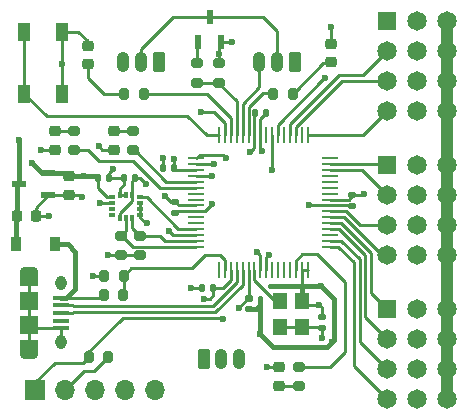
<source format=gtl>
G04 #@! TF.GenerationSoftware,KiCad,Pcbnew,(6.0.0)*
G04 #@! TF.CreationDate,2022-05-01T20:50:51-06:00*
G04 #@! TF.ProjectId,RX12G,52583132-472e-46b6-9963-61645f706362,rev?*
G04 #@! TF.SameCoordinates,Original*
G04 #@! TF.FileFunction,Copper,L1,Top*
G04 #@! TF.FilePolarity,Positive*
%FSLAX46Y46*%
G04 Gerber Fmt 4.6, Leading zero omitted, Abs format (unit mm)*
G04 Created by KiCad (PCBNEW (6.0.0)) date 2022-05-01 20:50:51*
%MOMM*%
%LPD*%
G01*
G04 APERTURE LIST*
G04 Aperture macros list*
%AMRoundRect*
0 Rectangle with rounded corners*
0 $1 Rounding radius*
0 $2 $3 $4 $5 $6 $7 $8 $9 X,Y pos of 4 corners*
0 Add a 4 corners polygon primitive as box body*
4,1,4,$2,$3,$4,$5,$6,$7,$8,$9,$2,$3,0*
0 Add four circle primitives for the rounded corners*
1,1,$1+$1,$2,$3*
1,1,$1+$1,$4,$5*
1,1,$1+$1,$6,$7*
1,1,$1+$1,$8,$9*
0 Add four rect primitives between the rounded corners*
20,1,$1+$1,$2,$3,$4,$5,0*
20,1,$1+$1,$4,$5,$6,$7,0*
20,1,$1+$1,$6,$7,$8,$9,0*
20,1,$1+$1,$8,$9,$2,$3,0*%
G04 Aperture macros list end*
G04 #@! TA.AperFunction,SMDPad,CuDef*
%ADD10R,1.200000X0.600000*%
G04 #@! TD*
G04 #@! TA.AperFunction,ComponentPad*
%ADD11RoundRect,0.250000X-0.265000X-0.615000X0.265000X-0.615000X0.265000X0.615000X-0.265000X0.615000X0*%
G04 #@! TD*
G04 #@! TA.AperFunction,ComponentPad*
%ADD12O,1.030000X1.730000*%
G04 #@! TD*
G04 #@! TA.AperFunction,SMDPad,CuDef*
%ADD13RoundRect,0.218750X0.256250X-0.218750X0.256250X0.218750X-0.256250X0.218750X-0.256250X-0.218750X0*%
G04 #@! TD*
G04 #@! TA.AperFunction,SMDPad,CuDef*
%ADD14R,0.576580X0.351536*%
G04 #@! TD*
G04 #@! TA.AperFunction,SMDPad,CuDef*
%ADD15R,0.351536X0.576580*%
G04 #@! TD*
G04 #@! TA.AperFunction,SMDPad,CuDef*
%ADD16RoundRect,0.200000X0.275000X-0.200000X0.275000X0.200000X-0.275000X0.200000X-0.275000X-0.200000X0*%
G04 #@! TD*
G04 #@! TA.AperFunction,SMDPad,CuDef*
%ADD17RoundRect,0.200000X0.200000X0.275000X-0.200000X0.275000X-0.200000X-0.275000X0.200000X-0.275000X0*%
G04 #@! TD*
G04 #@! TA.AperFunction,SMDPad,CuDef*
%ADD18RoundRect,0.200000X-0.275000X0.200000X-0.275000X-0.200000X0.275000X-0.200000X0.275000X0.200000X0*%
G04 #@! TD*
G04 #@! TA.AperFunction,ComponentPad*
%ADD19R,1.650000X1.650000*%
G04 #@! TD*
G04 #@! TA.AperFunction,ComponentPad*
%ADD20C,1.650000*%
G04 #@! TD*
G04 #@! TA.AperFunction,SMDPad,CuDef*
%ADD21R,0.600000X1.300000*%
G04 #@! TD*
G04 #@! TA.AperFunction,SMDPad,CuDef*
%ADD22RoundRect,0.218750X-0.256250X0.218750X-0.256250X-0.218750X0.256250X-0.218750X0.256250X0.218750X0*%
G04 #@! TD*
G04 #@! TA.AperFunction,SMDPad,CuDef*
%ADD23RoundRect,0.200000X-0.200000X-0.275000X0.200000X-0.275000X0.200000X0.275000X-0.200000X0.275000X0*%
G04 #@! TD*
G04 #@! TA.AperFunction,SMDPad,CuDef*
%ADD24RoundRect,0.140000X0.170000X-0.140000X0.170000X0.140000X-0.170000X0.140000X-0.170000X-0.140000X0*%
G04 #@! TD*
G04 #@! TA.AperFunction,SMDPad,CuDef*
%ADD25R,1.200000X1.400000*%
G04 #@! TD*
G04 #@! TA.AperFunction,ComponentPad*
%ADD26RoundRect,0.250000X0.265000X0.615000X-0.265000X0.615000X-0.265000X-0.615000X0.265000X-0.615000X0*%
G04 #@! TD*
G04 #@! TA.AperFunction,SMDPad,CuDef*
%ADD27R,0.279400X1.346200*%
G04 #@! TD*
G04 #@! TA.AperFunction,SMDPad,CuDef*
%ADD28R,1.346200X0.279400*%
G04 #@! TD*
G04 #@! TA.AperFunction,SMDPad,CuDef*
%ADD29R,0.900000X1.200000*%
G04 #@! TD*
G04 #@! TA.AperFunction,SMDPad,CuDef*
%ADD30RoundRect,0.225000X-0.250000X0.225000X-0.250000X-0.225000X0.250000X-0.225000X0.250000X0.225000X0*%
G04 #@! TD*
G04 #@! TA.AperFunction,SMDPad,CuDef*
%ADD31R,1.350000X0.400000*%
G04 #@! TD*
G04 #@! TA.AperFunction,ComponentPad*
%ADD32O,0.950000X1.250000*%
G04 #@! TD*
G04 #@! TA.AperFunction,SMDPad,CuDef*
%ADD33R,1.550000X1.500000*%
G04 #@! TD*
G04 #@! TA.AperFunction,ComponentPad*
%ADD34O,1.550000X0.890000*%
G04 #@! TD*
G04 #@! TA.AperFunction,SMDPad,CuDef*
%ADD35R,1.550000X1.200000*%
G04 #@! TD*
G04 #@! TA.AperFunction,SMDPad,CuDef*
%ADD36RoundRect,0.225000X-0.225000X-0.250000X0.225000X-0.250000X0.225000X0.250000X-0.225000X0.250000X0*%
G04 #@! TD*
G04 #@! TA.AperFunction,SMDPad,CuDef*
%ADD37RoundRect,0.140000X0.140000X0.170000X-0.140000X0.170000X-0.140000X-0.170000X0.140000X-0.170000X0*%
G04 #@! TD*
G04 #@! TA.AperFunction,SMDPad,CuDef*
%ADD38R,1.000000X1.550000*%
G04 #@! TD*
G04 #@! TA.AperFunction,SMDPad,CuDef*
%ADD39RoundRect,0.140000X-0.170000X0.140000X-0.170000X-0.140000X0.170000X-0.140000X0.170000X0.140000X0*%
G04 #@! TD*
G04 #@! TA.AperFunction,ComponentPad*
%ADD40R,1.700000X1.700000*%
G04 #@! TD*
G04 #@! TA.AperFunction,ComponentPad*
%ADD41O,1.700000X1.700000*%
G04 #@! TD*
G04 #@! TA.AperFunction,SMDPad,CuDef*
%ADD42RoundRect,0.140000X-0.140000X-0.170000X0.140000X-0.170000X0.140000X0.170000X-0.140000X0.170000X0*%
G04 #@! TD*
G04 #@! TA.AperFunction,ViaPad*
%ADD43C,0.600000*%
G04 #@! TD*
G04 #@! TA.AperFunction,Conductor*
%ADD44C,0.250000*%
G04 #@! TD*
G04 #@! TA.AperFunction,Conductor*
%ADD45C,0.400000*%
G04 #@! TD*
G04 #@! TA.AperFunction,Conductor*
%ADD46C,1.000000*%
G04 #@! TD*
G04 APERTURE END LIST*
D10*
X123350000Y-108250000D03*
X123350000Y-106350000D03*
X120850000Y-107300000D03*
D11*
X136500000Y-122100000D03*
D12*
X138000000Y-122100000D03*
X139500000Y-122100000D03*
D13*
X123900000Y-104387500D03*
X123900000Y-102812500D03*
D14*
X131145300Y-109915001D03*
X131145300Y-109415000D03*
X131145300Y-108915000D03*
X131145300Y-108414999D03*
D15*
X130434999Y-108208700D03*
X129935000Y-108208700D03*
X129435001Y-108208700D03*
D14*
X128724700Y-108414999D03*
X128724700Y-108915000D03*
X128724700Y-109415000D03*
X128724700Y-109915001D03*
D15*
X129435001Y-110121300D03*
X129935000Y-110121300D03*
X130434999Y-110121300D03*
D16*
X131100000Y-113325000D03*
X131100000Y-111675000D03*
X137800000Y-98725000D03*
X137800000Y-97075000D03*
D13*
X128900000Y-104387500D03*
X128900000Y-102812500D03*
D17*
X131425000Y-99700000D03*
X129775000Y-99700000D03*
D18*
X144600000Y-122775000D03*
X144600000Y-124425000D03*
D19*
X152047500Y-105690000D03*
D20*
X154587500Y-105690000D03*
X157127500Y-105690000D03*
X152047500Y-108230000D03*
X154587500Y-108230000D03*
X157127500Y-108230000D03*
X152047500Y-110770000D03*
X154587500Y-110770000D03*
X157127500Y-110770000D03*
X152047500Y-113310000D03*
X154587500Y-113310000D03*
X157127500Y-113310000D03*
D21*
X136050000Y-95260000D03*
X137950000Y-95260000D03*
X137000000Y-93160000D03*
D22*
X126700000Y-95582500D03*
X126700000Y-97157500D03*
D23*
X128075000Y-115050000D03*
X129725000Y-115050000D03*
D16*
X135900000Y-98725000D03*
X135900000Y-97075000D03*
D23*
X142375000Y-99700000D03*
X144025000Y-99700000D03*
D24*
X134100000Y-109780000D03*
X134100000Y-108820000D03*
D23*
X128050000Y-116675000D03*
X129700000Y-116675000D03*
D25*
X144850000Y-119400000D03*
X144850000Y-117200000D03*
X142950000Y-117200000D03*
X142950000Y-119400000D03*
D26*
X144200000Y-96950000D03*
D12*
X142700000Y-96950000D03*
X141200000Y-96950000D03*
D27*
X145297500Y-103170600D03*
X144797501Y-103170600D03*
X144297500Y-103170600D03*
X143797501Y-103170600D03*
X143297499Y-103170600D03*
X142797500Y-103170600D03*
X142297501Y-103170600D03*
X141797500Y-103170600D03*
X141297500Y-103170600D03*
X140797499Y-103170600D03*
X140297500Y-103170600D03*
X139797501Y-103170600D03*
X139297499Y-103170600D03*
X138797500Y-103170600D03*
X138297499Y-103170600D03*
X137797500Y-103170600D03*
D28*
X135870600Y-105097500D03*
X135870600Y-105597499D03*
X135870600Y-106097500D03*
X135870600Y-106597499D03*
X135870600Y-107097501D03*
X135870600Y-107597500D03*
X135870600Y-108097499D03*
X135870600Y-108597500D03*
X135870600Y-109097500D03*
X135870600Y-109597501D03*
X135870600Y-110097500D03*
X135870600Y-110597499D03*
X135870600Y-111097501D03*
X135870600Y-111597500D03*
X135870600Y-112097501D03*
X135870600Y-112597500D03*
D27*
X137797500Y-114524400D03*
X138297499Y-114524400D03*
X138797500Y-114524400D03*
X139297499Y-114524400D03*
X139797501Y-114524400D03*
X140297500Y-114524400D03*
X140797499Y-114524400D03*
X141297500Y-114524400D03*
X141797500Y-114524400D03*
X142297501Y-114524400D03*
X142797500Y-114524400D03*
X143297499Y-114524400D03*
X143797501Y-114524400D03*
X144297500Y-114524400D03*
X144797501Y-114524400D03*
X145297500Y-114524400D03*
D28*
X147224400Y-112597500D03*
X147224400Y-112097501D03*
X147224400Y-111597500D03*
X147224400Y-111097501D03*
X147224400Y-110597499D03*
X147224400Y-110097500D03*
X147224400Y-109597501D03*
X147224400Y-109097500D03*
X147224400Y-108597500D03*
X147224400Y-108097499D03*
X147224400Y-107597500D03*
X147224400Y-107097501D03*
X147224400Y-106597499D03*
X147224400Y-106097500D03*
X147224400Y-105597499D03*
X147224400Y-105097500D03*
D29*
X120650000Y-112400000D03*
X123950000Y-112400000D03*
D24*
X146500000Y-119480000D03*
X146500000Y-118520000D03*
D19*
X152047500Y-93490000D03*
D20*
X154587500Y-93490000D03*
X157127500Y-93490000D03*
X152047500Y-96030000D03*
X154587500Y-96030000D03*
X157127500Y-96030000D03*
X152047500Y-98570000D03*
X154587500Y-98570000D03*
X157127500Y-98570000D03*
X152047500Y-101110000D03*
X154587500Y-101110000D03*
X157127500Y-101110000D03*
D30*
X125100000Y-106625000D03*
X125100000Y-108175000D03*
D31*
X124385000Y-116900000D03*
X124385000Y-117550000D03*
X124385000Y-118200000D03*
X124385000Y-118850000D03*
X124385000Y-119500000D03*
D32*
X124385000Y-115700000D03*
X124385000Y-120700000D03*
D33*
X121685000Y-117200000D03*
D34*
X121685000Y-114700000D03*
D35*
X121685000Y-115300000D03*
D34*
X121685000Y-121700000D03*
D33*
X121685000Y-119200000D03*
D35*
X121685000Y-121100000D03*
D36*
X120725000Y-110000000D03*
X122275000Y-110000000D03*
D37*
X130680000Y-106800000D03*
X129720000Y-106800000D03*
D38*
X121300000Y-99625000D03*
X121300000Y-94375000D03*
X124500000Y-99625000D03*
X124500000Y-94375000D03*
D16*
X129500000Y-113325000D03*
X129500000Y-111675000D03*
D39*
X149100000Y-108220000D03*
X149100000Y-109180000D03*
D19*
X152047500Y-117890000D03*
D20*
X154587500Y-117890000D03*
X157127500Y-117890000D03*
X152047500Y-120430000D03*
X154587500Y-120430000D03*
X157127500Y-120430000D03*
X152047500Y-122970000D03*
X154587500Y-122970000D03*
X157127500Y-122970000D03*
X152047500Y-125510000D03*
X154587500Y-125510000D03*
X157127500Y-125510000D03*
D26*
X132700000Y-96950000D03*
D12*
X131200000Y-96950000D03*
X129700000Y-96950000D03*
D37*
X137280000Y-116100000D03*
X136320000Y-116100000D03*
D17*
X128425000Y-121900000D03*
X126775000Y-121900000D03*
D22*
X142900000Y-122812500D03*
X142900000Y-124387500D03*
D40*
X122225000Y-124700000D03*
D41*
X124765000Y-124700000D03*
X127305000Y-124700000D03*
X129845000Y-124700000D03*
X132385000Y-124700000D03*
D37*
X133980000Y-105950000D03*
X133020000Y-105950000D03*
D42*
X140820000Y-101300000D03*
X141780000Y-101300000D03*
D16*
X125550000Y-104425000D03*
X125550000Y-102775000D03*
D42*
X127520000Y-106800000D03*
X128480000Y-106800000D03*
D16*
X130500000Y-104425000D03*
X130500000Y-102775000D03*
D22*
X147300000Y-95412500D03*
X147300000Y-96987500D03*
D39*
X140300000Y-116920000D03*
X140300000Y-117880000D03*
D43*
X126400000Y-106625000D03*
X146500000Y-120300000D03*
X137167267Y-109008125D03*
X136500000Y-117000000D03*
X122000000Y-105500000D03*
X139492203Y-117749553D03*
X150100000Y-108100000D03*
X133980000Y-105180000D03*
X131600000Y-107300000D03*
X140400000Y-104600000D03*
X128400000Y-113300000D03*
X133200000Y-108300000D03*
X147350000Y-120650000D03*
X141400000Y-104500000D03*
X135400000Y-116100000D03*
X123400000Y-110000000D03*
X141900000Y-122800000D03*
X138940000Y-95260000D03*
X142000000Y-113300000D03*
X124500000Y-97100000D03*
X127150000Y-115050000D03*
X147300000Y-94000000D03*
X137800000Y-96300000D03*
X146400000Y-115900000D03*
X133020000Y-105120000D03*
X126200000Y-108400000D03*
X145402500Y-109097500D03*
X131700000Y-110600000D03*
X127600000Y-104100000D03*
X128800000Y-106000000D03*
X141300000Y-120000000D03*
X146300000Y-117500000D03*
X122712500Y-104387500D03*
X137197499Y-106597499D03*
X120850000Y-103550000D03*
X142300000Y-106100000D03*
X138100000Y-118700000D03*
X137380400Y-105624500D03*
X138400000Y-105100000D03*
X146800000Y-98300000D03*
X136300000Y-101200000D03*
X141000000Y-113000000D03*
X127715000Y-108915000D03*
X133600000Y-111300000D03*
D44*
X143900000Y-119400000D02*
X144850000Y-119400000D01*
X149980000Y-108220000D02*
X150100000Y-108100000D01*
X137280000Y-116720000D02*
X137280000Y-116100000D01*
D45*
X123350000Y-106350000D02*
X124825000Y-106350000D01*
D44*
X140297500Y-114524400D02*
X140297500Y-116917500D01*
X140121756Y-117120000D02*
X139492203Y-117749553D01*
X140797499Y-104202501D02*
X140400000Y-104600000D01*
X127520000Y-107620000D02*
X128314999Y-108414999D01*
X142950000Y-119400000D02*
X143900000Y-119400000D01*
X148822500Y-108597500D02*
X149000000Y-108420000D01*
X129435001Y-110121300D02*
X129435001Y-109708219D01*
D45*
X125100000Y-106625000D02*
X127345000Y-106625000D01*
X122850000Y-106350000D02*
X122000000Y-105500000D01*
D44*
X130434999Y-108208700D02*
X130434999Y-107045001D01*
X147224400Y-108597500D02*
X148822500Y-108597500D01*
X136500000Y-117000000D02*
X137000000Y-117000000D01*
X134127500Y-106097500D02*
X135870600Y-106097500D01*
X129435001Y-109708219D02*
X130434999Y-108708221D01*
X126365000Y-123100000D02*
X127225000Y-123100000D01*
X129500000Y-113325000D02*
X131100000Y-113325000D01*
X131100000Y-106800000D02*
X131600000Y-107300000D01*
X124765000Y-124700000D02*
X126365000Y-123100000D01*
X135870600Y-109597501D02*
X134282499Y-109597501D01*
X137000000Y-117000000D02*
X137280000Y-116720000D01*
X133980000Y-105950000D02*
X133980000Y-105180000D01*
X133980000Y-105950000D02*
X134127500Y-106097500D01*
X140797499Y-103170600D02*
X140797499Y-104202501D01*
X134282499Y-109597501D02*
X134100000Y-109780000D01*
X127520000Y-106800000D02*
X127520000Y-107620000D01*
X138797500Y-115447500D02*
X138797500Y-114524400D01*
D45*
X125087500Y-106612500D02*
X125100000Y-106625000D01*
D44*
X128425000Y-113325000D02*
X128400000Y-113300000D01*
X135870600Y-109597501D02*
X136577891Y-109597501D01*
X130680000Y-106800000D02*
X131100000Y-106800000D01*
X138145000Y-116100000D02*
X138797500Y-115447500D01*
X140797499Y-103170600D02*
X140797499Y-101322501D01*
X146420000Y-119400000D02*
X146500000Y-119480000D01*
X127225000Y-123100000D02*
X128425000Y-121900000D01*
X130434999Y-108708221D02*
X130434999Y-108208700D01*
X130434999Y-107045001D02*
X130680000Y-106800000D01*
X128314999Y-108414999D02*
X128724700Y-108414999D01*
X129500000Y-113325000D02*
X128425000Y-113325000D01*
X136577891Y-109597501D02*
X137167267Y-109008125D01*
D45*
X127345000Y-106625000D02*
X127520000Y-106800000D01*
X123350000Y-106350000D02*
X122850000Y-106350000D01*
D44*
X140500000Y-117120000D02*
X140121756Y-117120000D01*
X146500000Y-119480000D02*
X146500000Y-120300000D01*
X137280000Y-116100000D02*
X138145000Y-116100000D01*
X144850000Y-119400000D02*
X146420000Y-119400000D01*
X140297500Y-116917500D02*
X140500000Y-117120000D01*
D45*
X124825000Y-106350000D02*
X125087500Y-106612500D01*
D44*
X149100000Y-108220000D02*
X149980000Y-108220000D01*
X140797499Y-101322501D02*
X140820000Y-101300000D01*
X147300000Y-95325000D02*
X147300000Y-94000000D01*
D45*
X140920000Y-117880000D02*
X140300000Y-117880000D01*
D44*
X145150000Y-117500000D02*
X144850000Y-117200000D01*
X141297500Y-104397500D02*
X141400000Y-104500000D01*
X126700000Y-95200000D02*
X126700000Y-95582500D01*
X124500000Y-97100000D02*
X124500000Y-94375000D01*
X129435001Y-107664999D02*
X129435001Y-108208700D01*
X122275000Y-110000000D02*
X123400000Y-110000000D01*
X144797501Y-114524400D02*
X145297500Y-114524400D01*
D45*
X146900000Y-121100000D02*
X142400000Y-121100000D01*
D44*
X134377500Y-109097500D02*
X134100000Y-108820000D01*
X147224400Y-109097500D02*
X149017500Y-109097500D01*
X141297500Y-103170600D02*
X141297500Y-101782500D01*
D45*
X147500000Y-120500000D02*
X147350000Y-120650000D01*
D44*
X144797501Y-115802499D02*
X144700000Y-115900000D01*
X135870600Y-109097500D02*
X134377500Y-109097500D01*
X125100000Y-108175000D02*
X125975000Y-108175000D01*
D46*
X157127500Y-93490000D02*
X157127500Y-125510000D01*
D44*
X137800000Y-97075000D02*
X137800000Y-96300000D01*
X137800000Y-96300000D02*
X137800000Y-95410000D01*
X141297500Y-103170600D02*
X141297500Y-104397500D01*
X131145300Y-109915001D02*
X131145300Y-110145300D01*
D45*
X141300000Y-120000000D02*
X141300000Y-116900000D01*
D44*
X133020000Y-105950000D02*
X133020000Y-105120000D01*
X121685000Y-119215000D02*
X121685000Y-121100000D01*
X131145300Y-110145300D02*
X131600000Y-110600000D01*
X122275000Y-110000000D02*
X122275000Y-109325000D01*
X129720000Y-106800000D02*
X129720000Y-107380000D01*
D45*
X142400000Y-121100000D02*
X141300000Y-120000000D01*
X144700000Y-115900000D02*
X144850000Y-116050000D01*
D44*
X135870600Y-106597499D02*
X137197499Y-106597499D01*
X146500000Y-118520000D02*
X146500000Y-117700000D01*
X131600000Y-110600000D02*
X131700000Y-110600000D01*
X137800000Y-95410000D02*
X137950000Y-95260000D01*
X133720000Y-108820000D02*
X133200000Y-108300000D01*
X125975000Y-108175000D02*
X126200000Y-108400000D01*
X149017500Y-109097500D02*
X149100000Y-109180000D01*
D45*
X141300000Y-117500000D02*
X140920000Y-117880000D01*
D44*
X144797501Y-114524400D02*
X144797501Y-115802499D01*
X128480000Y-106320000D02*
X128800000Y-106000000D01*
D45*
X146400000Y-115900000D02*
X142100000Y-115900000D01*
D44*
X128900000Y-104387500D02*
X127887500Y-104387500D01*
X129720000Y-107380000D02*
X129435001Y-107664999D01*
D45*
X147350000Y-120650000D02*
X146900000Y-121100000D01*
X144850000Y-116050000D02*
X144850000Y-117200000D01*
D44*
X146500000Y-117700000D02*
X146300000Y-117500000D01*
X123900000Y-104387500D02*
X122712500Y-104387500D01*
X127887500Y-104387500D02*
X127600000Y-104100000D01*
X124500000Y-94375000D02*
X125875000Y-94375000D01*
X141797500Y-114524400D02*
X141797500Y-113502500D01*
D45*
X147500000Y-117000000D02*
X147500000Y-120500000D01*
D44*
X142887500Y-122800000D02*
X142900000Y-122812500D01*
X129435001Y-108208700D02*
X129935000Y-108208700D01*
X121985000Y-119500000D02*
X124385000Y-119500000D01*
X146300000Y-117500000D02*
X145150000Y-117500000D01*
X124500000Y-99625000D02*
X124500000Y-97100000D01*
X128480000Y-106800000D02*
X128480000Y-106320000D01*
X134100000Y-108820000D02*
X133720000Y-108820000D01*
X125025000Y-108250000D02*
X125100000Y-108175000D01*
X121685000Y-115300000D02*
X121685000Y-119215000D01*
X136020000Y-116100000D02*
X135400000Y-116100000D01*
X141900000Y-122800000D02*
X142887500Y-122800000D01*
X131145300Y-108915000D02*
X131145300Y-109915001D01*
D45*
X142100000Y-115900000D02*
X144700000Y-115900000D01*
D44*
X141797500Y-113502500D02*
X142000000Y-113300000D01*
X123350000Y-108250000D02*
X125025000Y-108250000D01*
X128480000Y-106800000D02*
X129720000Y-106800000D01*
X125875000Y-94375000D02*
X126700000Y-95200000D01*
X141297500Y-101782500D02*
X141780000Y-101300000D01*
D45*
X146400000Y-115900000D02*
X147500000Y-117000000D01*
D44*
X147224400Y-109097500D02*
X145402500Y-109097500D01*
X122275000Y-109325000D02*
X123350000Y-108250000D01*
X128075000Y-115050000D02*
X127150000Y-115050000D01*
X137950000Y-95260000D02*
X138940000Y-95260000D01*
X124385000Y-119500000D02*
X124385000Y-120700000D01*
D45*
X141300000Y-116900000D02*
X141300000Y-117500000D01*
D44*
X121685000Y-119200000D02*
X121985000Y-119500000D01*
D45*
X120650000Y-110075000D02*
X120725000Y-110000000D01*
X120725000Y-107425000D02*
X120850000Y-107300000D01*
X120725000Y-110000000D02*
X120725000Y-107425000D01*
X120650000Y-112400000D02*
X120650000Y-110075000D01*
X120850000Y-107300000D02*
X120850000Y-103550000D01*
D44*
X130462500Y-102812500D02*
X130500000Y-102775000D01*
X128900000Y-102812500D02*
X130462500Y-102812500D01*
X123900000Y-102812500D02*
X125512500Y-102812500D01*
X129775000Y-99700000D02*
X128100000Y-99700000D01*
X128100000Y-99700000D02*
X126700000Y-98300000D01*
X126700000Y-98300000D02*
X126700000Y-97157500D01*
X144562500Y-124387500D02*
X144600000Y-124425000D01*
X142900000Y-124387500D02*
X144562500Y-124387500D01*
D45*
X125000000Y-112400000D02*
X125600000Y-113000000D01*
X123950000Y-112400000D02*
X125000000Y-112400000D01*
X125600000Y-116160000D02*
X124860000Y-116900000D01*
X125600000Y-113000000D02*
X125600000Y-116160000D01*
D44*
X127875000Y-116900000D02*
X128075000Y-116700000D01*
X124385000Y-116900000D02*
X127875000Y-116900000D01*
D45*
X124860000Y-116900000D02*
X124385000Y-116900000D01*
D44*
X144325000Y-99700000D02*
X144325000Y-99375000D01*
X146625000Y-97075000D02*
X147300000Y-97075000D01*
X144325000Y-99375000D02*
X146625000Y-97075000D01*
X122225000Y-124700000D02*
X122225000Y-124075000D01*
X129675000Y-118600000D02*
X138000000Y-118600000D01*
X126475000Y-121800000D02*
X129675000Y-118600000D01*
X138000000Y-118600000D02*
X138100000Y-118700000D01*
X123900000Y-122400000D02*
X126275000Y-122400000D01*
X126275000Y-122400000D02*
X126775000Y-121900000D01*
X122225000Y-124075000D02*
X123900000Y-122400000D01*
X142300000Y-106100000D02*
X142297501Y-106097501D01*
X142297501Y-106097501D02*
X142297501Y-103170600D01*
X137353399Y-105597499D02*
X137380400Y-105624500D01*
X135870600Y-105597499D02*
X137353399Y-105597499D01*
X136168100Y-104800000D02*
X135870600Y-105097500D01*
X138400000Y-105100000D02*
X138100000Y-104800000D01*
X138100000Y-104800000D02*
X136168100Y-104800000D01*
X145297500Y-103170600D02*
X149986900Y-103170600D01*
X149986900Y-103170600D02*
X152047500Y-101110000D01*
X144297500Y-102452781D02*
X148180281Y-98570000D01*
X148180281Y-98570000D02*
X152047500Y-98570000D01*
X144297500Y-103170600D02*
X144297500Y-102452781D01*
X143797501Y-102202499D02*
X147950000Y-98050000D01*
X143797501Y-103170600D02*
X143797501Y-102202499D01*
X150027500Y-98050000D02*
X152047500Y-96030000D01*
X147950000Y-98050000D02*
X150027500Y-98050000D01*
X146745000Y-98300000D02*
X146800000Y-98300000D01*
X142797500Y-103170600D02*
X142797500Y-102247500D01*
X142797500Y-102247500D02*
X146645000Y-98400000D01*
X146645000Y-98400000D02*
X146745000Y-98300000D01*
X148397500Y-110097500D02*
X151610000Y-113310000D01*
X147224400Y-110097500D02*
X148397500Y-110097500D01*
X151610000Y-113310000D02*
X152047500Y-113310000D01*
X147224400Y-109597501D02*
X148560001Y-109597501D01*
X149732500Y-110770000D02*
X152047500Y-110770000D01*
X148560001Y-109597501D02*
X149732500Y-110770000D01*
X147224400Y-106097500D02*
X149915000Y-106097500D01*
X149915000Y-106097500D02*
X152047500Y-108230000D01*
X151954999Y-105597499D02*
X152047500Y-105690000D01*
X147224400Y-105597499D02*
X151954999Y-105597499D01*
X147224400Y-112597500D02*
X147897500Y-112597500D01*
X149200000Y-113900000D02*
X149200000Y-122662500D01*
X149200000Y-122662500D02*
X152047500Y-125510000D01*
X147897500Y-112597500D02*
X149200000Y-113900000D01*
X149700000Y-113650001D02*
X149700000Y-120622500D01*
X149700000Y-120622500D02*
X152047500Y-122970000D01*
X148147500Y-112097501D02*
X149700000Y-113650001D01*
X147224400Y-112097501D02*
X148147500Y-112097501D01*
X147224400Y-111097501D02*
X147997501Y-111097501D01*
X147997501Y-111097501D02*
X150200000Y-113300000D01*
X150200000Y-113300000D02*
X150200000Y-118582500D01*
X150200000Y-118582500D02*
X152047500Y-120430000D01*
X150700000Y-113131250D02*
X150700000Y-116542500D01*
X148166249Y-110597499D02*
X150700000Y-113131250D01*
X147224400Y-110597499D02*
X148166249Y-110597499D01*
X150700000Y-116542500D02*
X152047500Y-117890000D01*
X137000000Y-93160000D02*
X141560000Y-93160000D01*
X131200000Y-95885000D02*
X131200000Y-96950000D01*
X133925000Y-93160000D02*
X137000000Y-93160000D01*
X142700000Y-94300000D02*
X142700000Y-96850000D01*
X141560000Y-93160000D02*
X142700000Y-94300000D01*
X133925000Y-93160000D02*
X131200000Y-95885000D01*
X137400000Y-101200000D02*
X136300000Y-101200000D01*
X138297499Y-103170600D02*
X138297499Y-102097499D01*
X138297499Y-102097499D02*
X137400000Y-101200000D01*
X141297500Y-113297500D02*
X141297500Y-114524400D01*
X141000000Y-113000000D02*
X141297500Y-113297500D01*
X139297499Y-114524400D02*
X139297499Y-115602501D01*
X125472501Y-117625000D02*
X125397501Y-117550000D01*
X137275000Y-117625000D02*
X125472501Y-117625000D01*
X125397501Y-117550000D02*
X124385000Y-117550000D01*
X139297499Y-115602501D02*
X137275000Y-117625000D01*
X125397501Y-118200000D02*
X124385000Y-118200000D01*
X125472501Y-118125000D02*
X125397501Y-118200000D01*
X137475000Y-118125000D02*
X125472501Y-118125000D01*
X139797501Y-114524400D02*
X139797501Y-115802499D01*
X139797501Y-115802499D02*
X137475000Y-118125000D01*
X139797501Y-100502499D02*
X141200000Y-99100000D01*
X139797501Y-103170600D02*
X139797501Y-100502499D01*
X141200000Y-99100000D02*
X141200000Y-96850000D01*
X135900000Y-95410000D02*
X136050000Y-95260000D01*
X135900000Y-97075000D02*
X135900000Y-95410000D01*
X130669491Y-104425000D02*
X133341992Y-107097501D01*
X133341992Y-107097501D02*
X135870600Y-107097501D01*
X130500000Y-104425000D02*
X130669491Y-104425000D01*
X132797500Y-107597500D02*
X135870600Y-107597500D01*
X126725000Y-104425000D02*
X127600000Y-105300000D01*
X130500000Y-105300000D02*
X132797500Y-107597500D01*
X125550000Y-104425000D02*
X126725000Y-104425000D01*
X127600000Y-105300000D02*
X130500000Y-105300000D01*
X136800000Y-99700000D02*
X138797500Y-101697500D01*
X138797500Y-101697500D02*
X138797500Y-103170600D01*
X131425000Y-99700000D02*
X136800000Y-99700000D01*
X148500000Y-121500000D02*
X148500000Y-115600000D01*
X146100000Y-113200000D02*
X144860079Y-113200000D01*
X148500000Y-115600000D02*
X146100000Y-113200000D01*
X144600000Y-122775000D02*
X147225000Y-122775000D01*
X144860079Y-113200000D02*
X144297500Y-113762579D01*
X147225000Y-122775000D02*
X148500000Y-121500000D01*
X144297500Y-113762579D02*
X144297500Y-114524400D01*
X137800000Y-98725000D02*
X137800000Y-98800000D01*
X137800000Y-98800000D02*
X139297499Y-100297499D01*
X135900000Y-98725000D02*
X137800000Y-98725000D01*
X139297499Y-100297499D02*
X139297499Y-103170600D01*
X136650000Y-113300000D02*
X137900000Y-113300000D01*
X129725000Y-115050000D02*
X130375000Y-114400000D01*
X138297499Y-113697499D02*
X138297499Y-114524400D01*
X130375000Y-114400000D02*
X135550000Y-114400000D01*
X135550000Y-114400000D02*
X136650000Y-113300000D01*
X129725000Y-116700000D02*
X129725000Y-115050000D01*
X137900000Y-113300000D02*
X138297499Y-113697499D01*
X129500000Y-111675000D02*
X129575000Y-111675000D01*
X129575000Y-111675000D02*
X130497500Y-112597500D01*
X130497500Y-112597500D02*
X135870600Y-112597500D01*
X129935000Y-111240000D02*
X129500000Y-111675000D01*
X129935000Y-110121300D02*
X129935000Y-111240000D01*
X130434999Y-110121300D02*
X130434999Y-111009999D01*
X131100000Y-111675000D02*
X132775000Y-111675000D01*
X132775000Y-111675000D02*
X133197501Y-112097501D01*
X130434999Y-111009999D02*
X131100000Y-111675000D01*
X133197501Y-112097501D02*
X135870600Y-112097501D01*
X140297500Y-100802500D02*
X140297500Y-103170600D01*
X142275000Y-99600000D02*
X141500000Y-99600000D01*
X142375000Y-99700000D02*
X142275000Y-99600000D01*
X141500000Y-99600000D02*
X140297500Y-100802500D01*
X136770600Y-103170600D02*
X137797500Y-103170600D01*
X123200000Y-101500000D02*
X135100000Y-101500000D01*
X135100000Y-101500000D02*
X136770600Y-103170600D01*
X121300000Y-99625000D02*
X121300000Y-94375000D01*
X121325000Y-99625000D02*
X123200000Y-101500000D01*
X121300000Y-99625000D02*
X121325000Y-99625000D01*
X128724700Y-108915000D02*
X127715000Y-108915000D01*
X133600000Y-111300000D02*
X133897500Y-111597500D01*
X133897500Y-111597500D02*
X135870600Y-111597500D01*
X134366092Y-111097501D02*
X135870600Y-111097501D01*
X131145300Y-108414999D02*
X131683590Y-108414999D01*
X131683590Y-108414999D02*
X134366092Y-111097501D01*
X140797499Y-115447500D02*
X142549999Y-117200000D01*
X140797499Y-114524400D02*
X140797499Y-115447500D01*
X142549999Y-117200000D02*
X142950000Y-117200000D01*
M02*

</source>
